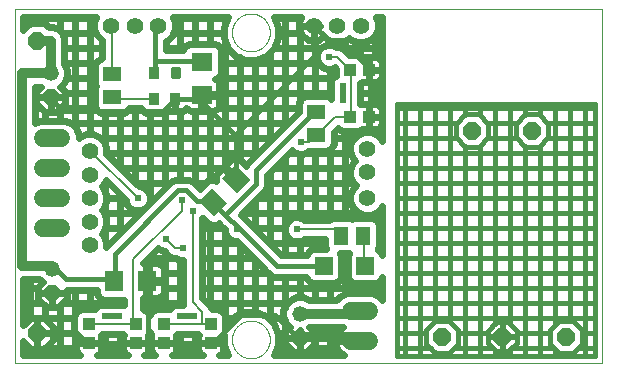
<source format=gbl>
G75*
%MOIN*%
%OFA0B0*%
%FSLAX25Y25*%
%IPPOS*%
%LPD*%
%AMOC8*
5,1,8,0,0,1.08239X$1,22.5*
%
%ADD10C,0.00000*%
%ADD11C,0.05600*%
%ADD12R,0.05906X0.05118*%
%ADD13R,0.05118X0.05906*%
%ADD14R,0.05906X0.05906*%
%ADD15R,0.06299X0.07087*%
%ADD16OC8,0.05200*%
%ADD17C,0.05200*%
%ADD18OC8,0.06000*%
%ADD19R,0.07087X0.06299*%
%ADD20C,0.01772*%
%ADD21R,0.03543X0.03937*%
%ADD22C,0.06000*%
%ADD23R,0.03937X0.03937*%
%ADD24R,0.02165X0.06693*%
%ADD25R,0.06693X0.02165*%
%ADD26C,0.03200*%
%ADD27C,0.01600*%
%ADD28C,0.02400*%
%ADD29C,0.02400*%
%ADD30C,0.00800*%
D10*
X0012716Y0017082D02*
X0012716Y0135193D01*
X0208513Y0135193D01*
X0208513Y0017082D01*
X0139537Y0017082D01*
X0085157Y0024956D02*
X0085159Y0025114D01*
X0085165Y0025272D01*
X0085175Y0025430D01*
X0085189Y0025588D01*
X0085207Y0025745D01*
X0085228Y0025902D01*
X0085254Y0026058D01*
X0085284Y0026214D01*
X0085317Y0026369D01*
X0085355Y0026522D01*
X0085396Y0026675D01*
X0085441Y0026827D01*
X0085490Y0026978D01*
X0085543Y0027127D01*
X0085599Y0027275D01*
X0085659Y0027421D01*
X0085723Y0027566D01*
X0085791Y0027709D01*
X0085862Y0027851D01*
X0085936Y0027991D01*
X0086014Y0028128D01*
X0086096Y0028264D01*
X0086180Y0028398D01*
X0086269Y0028529D01*
X0086360Y0028658D01*
X0086455Y0028785D01*
X0086552Y0028910D01*
X0086653Y0029032D01*
X0086757Y0029151D01*
X0086864Y0029268D01*
X0086974Y0029382D01*
X0087087Y0029493D01*
X0087202Y0029602D01*
X0087320Y0029707D01*
X0087441Y0029809D01*
X0087564Y0029909D01*
X0087690Y0030005D01*
X0087818Y0030098D01*
X0087948Y0030188D01*
X0088081Y0030274D01*
X0088216Y0030358D01*
X0088352Y0030437D01*
X0088491Y0030514D01*
X0088632Y0030586D01*
X0088774Y0030656D01*
X0088918Y0030721D01*
X0089064Y0030783D01*
X0089211Y0030841D01*
X0089360Y0030896D01*
X0089510Y0030947D01*
X0089661Y0030994D01*
X0089813Y0031037D01*
X0089966Y0031076D01*
X0090121Y0031112D01*
X0090276Y0031143D01*
X0090432Y0031171D01*
X0090588Y0031195D01*
X0090745Y0031215D01*
X0090903Y0031231D01*
X0091060Y0031243D01*
X0091219Y0031251D01*
X0091377Y0031255D01*
X0091535Y0031255D01*
X0091693Y0031251D01*
X0091852Y0031243D01*
X0092009Y0031231D01*
X0092167Y0031215D01*
X0092324Y0031195D01*
X0092480Y0031171D01*
X0092636Y0031143D01*
X0092791Y0031112D01*
X0092946Y0031076D01*
X0093099Y0031037D01*
X0093251Y0030994D01*
X0093402Y0030947D01*
X0093552Y0030896D01*
X0093701Y0030841D01*
X0093848Y0030783D01*
X0093994Y0030721D01*
X0094138Y0030656D01*
X0094280Y0030586D01*
X0094421Y0030514D01*
X0094560Y0030437D01*
X0094696Y0030358D01*
X0094831Y0030274D01*
X0094964Y0030188D01*
X0095094Y0030098D01*
X0095222Y0030005D01*
X0095348Y0029909D01*
X0095471Y0029809D01*
X0095592Y0029707D01*
X0095710Y0029602D01*
X0095825Y0029493D01*
X0095938Y0029382D01*
X0096048Y0029268D01*
X0096155Y0029151D01*
X0096259Y0029032D01*
X0096360Y0028910D01*
X0096457Y0028785D01*
X0096552Y0028658D01*
X0096643Y0028529D01*
X0096732Y0028398D01*
X0096816Y0028264D01*
X0096898Y0028128D01*
X0096976Y0027991D01*
X0097050Y0027851D01*
X0097121Y0027709D01*
X0097189Y0027566D01*
X0097253Y0027421D01*
X0097313Y0027275D01*
X0097369Y0027127D01*
X0097422Y0026978D01*
X0097471Y0026827D01*
X0097516Y0026675D01*
X0097557Y0026522D01*
X0097595Y0026369D01*
X0097628Y0026214D01*
X0097658Y0026058D01*
X0097684Y0025902D01*
X0097705Y0025745D01*
X0097723Y0025588D01*
X0097737Y0025430D01*
X0097747Y0025272D01*
X0097753Y0025114D01*
X0097755Y0024956D01*
X0097753Y0024798D01*
X0097747Y0024640D01*
X0097737Y0024482D01*
X0097723Y0024324D01*
X0097705Y0024167D01*
X0097684Y0024010D01*
X0097658Y0023854D01*
X0097628Y0023698D01*
X0097595Y0023543D01*
X0097557Y0023390D01*
X0097516Y0023237D01*
X0097471Y0023085D01*
X0097422Y0022934D01*
X0097369Y0022785D01*
X0097313Y0022637D01*
X0097253Y0022491D01*
X0097189Y0022346D01*
X0097121Y0022203D01*
X0097050Y0022061D01*
X0096976Y0021921D01*
X0096898Y0021784D01*
X0096816Y0021648D01*
X0096732Y0021514D01*
X0096643Y0021383D01*
X0096552Y0021254D01*
X0096457Y0021127D01*
X0096360Y0021002D01*
X0096259Y0020880D01*
X0096155Y0020761D01*
X0096048Y0020644D01*
X0095938Y0020530D01*
X0095825Y0020419D01*
X0095710Y0020310D01*
X0095592Y0020205D01*
X0095471Y0020103D01*
X0095348Y0020003D01*
X0095222Y0019907D01*
X0095094Y0019814D01*
X0094964Y0019724D01*
X0094831Y0019638D01*
X0094696Y0019554D01*
X0094560Y0019475D01*
X0094421Y0019398D01*
X0094280Y0019326D01*
X0094138Y0019256D01*
X0093994Y0019191D01*
X0093848Y0019129D01*
X0093701Y0019071D01*
X0093552Y0019016D01*
X0093402Y0018965D01*
X0093251Y0018918D01*
X0093099Y0018875D01*
X0092946Y0018836D01*
X0092791Y0018800D01*
X0092636Y0018769D01*
X0092480Y0018741D01*
X0092324Y0018717D01*
X0092167Y0018697D01*
X0092009Y0018681D01*
X0091852Y0018669D01*
X0091693Y0018661D01*
X0091535Y0018657D01*
X0091377Y0018657D01*
X0091219Y0018661D01*
X0091060Y0018669D01*
X0090903Y0018681D01*
X0090745Y0018697D01*
X0090588Y0018717D01*
X0090432Y0018741D01*
X0090276Y0018769D01*
X0090121Y0018800D01*
X0089966Y0018836D01*
X0089813Y0018875D01*
X0089661Y0018918D01*
X0089510Y0018965D01*
X0089360Y0019016D01*
X0089211Y0019071D01*
X0089064Y0019129D01*
X0088918Y0019191D01*
X0088774Y0019256D01*
X0088632Y0019326D01*
X0088491Y0019398D01*
X0088352Y0019475D01*
X0088216Y0019554D01*
X0088081Y0019638D01*
X0087948Y0019724D01*
X0087818Y0019814D01*
X0087690Y0019907D01*
X0087564Y0020003D01*
X0087441Y0020103D01*
X0087320Y0020205D01*
X0087202Y0020310D01*
X0087087Y0020419D01*
X0086974Y0020530D01*
X0086864Y0020644D01*
X0086757Y0020761D01*
X0086653Y0020880D01*
X0086552Y0021002D01*
X0086455Y0021127D01*
X0086360Y0021254D01*
X0086269Y0021383D01*
X0086180Y0021514D01*
X0086096Y0021648D01*
X0086014Y0021784D01*
X0085936Y0021921D01*
X0085862Y0022061D01*
X0085791Y0022203D01*
X0085723Y0022346D01*
X0085659Y0022491D01*
X0085599Y0022637D01*
X0085543Y0022785D01*
X0085490Y0022934D01*
X0085441Y0023085D01*
X0085396Y0023237D01*
X0085355Y0023390D01*
X0085317Y0023543D01*
X0085284Y0023698D01*
X0085254Y0023854D01*
X0085228Y0024010D01*
X0085207Y0024167D01*
X0085189Y0024324D01*
X0085175Y0024482D01*
X0085165Y0024640D01*
X0085159Y0024798D01*
X0085157Y0024956D01*
X0012716Y0017082D02*
X0208513Y0017082D01*
X0085157Y0127319D02*
X0085159Y0127477D01*
X0085165Y0127635D01*
X0085175Y0127793D01*
X0085189Y0127951D01*
X0085207Y0128108D01*
X0085228Y0128265D01*
X0085254Y0128421D01*
X0085284Y0128577D01*
X0085317Y0128732D01*
X0085355Y0128885D01*
X0085396Y0129038D01*
X0085441Y0129190D01*
X0085490Y0129341D01*
X0085543Y0129490D01*
X0085599Y0129638D01*
X0085659Y0129784D01*
X0085723Y0129929D01*
X0085791Y0130072D01*
X0085862Y0130214D01*
X0085936Y0130354D01*
X0086014Y0130491D01*
X0086096Y0130627D01*
X0086180Y0130761D01*
X0086269Y0130892D01*
X0086360Y0131021D01*
X0086455Y0131148D01*
X0086552Y0131273D01*
X0086653Y0131395D01*
X0086757Y0131514D01*
X0086864Y0131631D01*
X0086974Y0131745D01*
X0087087Y0131856D01*
X0087202Y0131965D01*
X0087320Y0132070D01*
X0087441Y0132172D01*
X0087564Y0132272D01*
X0087690Y0132368D01*
X0087818Y0132461D01*
X0087948Y0132551D01*
X0088081Y0132637D01*
X0088216Y0132721D01*
X0088352Y0132800D01*
X0088491Y0132877D01*
X0088632Y0132949D01*
X0088774Y0133019D01*
X0088918Y0133084D01*
X0089064Y0133146D01*
X0089211Y0133204D01*
X0089360Y0133259D01*
X0089510Y0133310D01*
X0089661Y0133357D01*
X0089813Y0133400D01*
X0089966Y0133439D01*
X0090121Y0133475D01*
X0090276Y0133506D01*
X0090432Y0133534D01*
X0090588Y0133558D01*
X0090745Y0133578D01*
X0090903Y0133594D01*
X0091060Y0133606D01*
X0091219Y0133614D01*
X0091377Y0133618D01*
X0091535Y0133618D01*
X0091693Y0133614D01*
X0091852Y0133606D01*
X0092009Y0133594D01*
X0092167Y0133578D01*
X0092324Y0133558D01*
X0092480Y0133534D01*
X0092636Y0133506D01*
X0092791Y0133475D01*
X0092946Y0133439D01*
X0093099Y0133400D01*
X0093251Y0133357D01*
X0093402Y0133310D01*
X0093552Y0133259D01*
X0093701Y0133204D01*
X0093848Y0133146D01*
X0093994Y0133084D01*
X0094138Y0133019D01*
X0094280Y0132949D01*
X0094421Y0132877D01*
X0094560Y0132800D01*
X0094696Y0132721D01*
X0094831Y0132637D01*
X0094964Y0132551D01*
X0095094Y0132461D01*
X0095222Y0132368D01*
X0095348Y0132272D01*
X0095471Y0132172D01*
X0095592Y0132070D01*
X0095710Y0131965D01*
X0095825Y0131856D01*
X0095938Y0131745D01*
X0096048Y0131631D01*
X0096155Y0131514D01*
X0096259Y0131395D01*
X0096360Y0131273D01*
X0096457Y0131148D01*
X0096552Y0131021D01*
X0096643Y0130892D01*
X0096732Y0130761D01*
X0096816Y0130627D01*
X0096898Y0130491D01*
X0096976Y0130354D01*
X0097050Y0130214D01*
X0097121Y0130072D01*
X0097189Y0129929D01*
X0097253Y0129784D01*
X0097313Y0129638D01*
X0097369Y0129490D01*
X0097422Y0129341D01*
X0097471Y0129190D01*
X0097516Y0129038D01*
X0097557Y0128885D01*
X0097595Y0128732D01*
X0097628Y0128577D01*
X0097658Y0128421D01*
X0097684Y0128265D01*
X0097705Y0128108D01*
X0097723Y0127951D01*
X0097737Y0127793D01*
X0097747Y0127635D01*
X0097753Y0127477D01*
X0097755Y0127319D01*
X0097753Y0127161D01*
X0097747Y0127003D01*
X0097737Y0126845D01*
X0097723Y0126687D01*
X0097705Y0126530D01*
X0097684Y0126373D01*
X0097658Y0126217D01*
X0097628Y0126061D01*
X0097595Y0125906D01*
X0097557Y0125753D01*
X0097516Y0125600D01*
X0097471Y0125448D01*
X0097422Y0125297D01*
X0097369Y0125148D01*
X0097313Y0125000D01*
X0097253Y0124854D01*
X0097189Y0124709D01*
X0097121Y0124566D01*
X0097050Y0124424D01*
X0096976Y0124284D01*
X0096898Y0124147D01*
X0096816Y0124011D01*
X0096732Y0123877D01*
X0096643Y0123746D01*
X0096552Y0123617D01*
X0096457Y0123490D01*
X0096360Y0123365D01*
X0096259Y0123243D01*
X0096155Y0123124D01*
X0096048Y0123007D01*
X0095938Y0122893D01*
X0095825Y0122782D01*
X0095710Y0122673D01*
X0095592Y0122568D01*
X0095471Y0122466D01*
X0095348Y0122366D01*
X0095222Y0122270D01*
X0095094Y0122177D01*
X0094964Y0122087D01*
X0094831Y0122001D01*
X0094696Y0121917D01*
X0094560Y0121838D01*
X0094421Y0121761D01*
X0094280Y0121689D01*
X0094138Y0121619D01*
X0093994Y0121554D01*
X0093848Y0121492D01*
X0093701Y0121434D01*
X0093552Y0121379D01*
X0093402Y0121328D01*
X0093251Y0121281D01*
X0093099Y0121238D01*
X0092946Y0121199D01*
X0092791Y0121163D01*
X0092636Y0121132D01*
X0092480Y0121104D01*
X0092324Y0121080D01*
X0092167Y0121060D01*
X0092009Y0121044D01*
X0091852Y0121032D01*
X0091693Y0121024D01*
X0091535Y0121020D01*
X0091377Y0121020D01*
X0091219Y0121024D01*
X0091060Y0121032D01*
X0090903Y0121044D01*
X0090745Y0121060D01*
X0090588Y0121080D01*
X0090432Y0121104D01*
X0090276Y0121132D01*
X0090121Y0121163D01*
X0089966Y0121199D01*
X0089813Y0121238D01*
X0089661Y0121281D01*
X0089510Y0121328D01*
X0089360Y0121379D01*
X0089211Y0121434D01*
X0089064Y0121492D01*
X0088918Y0121554D01*
X0088774Y0121619D01*
X0088632Y0121689D01*
X0088491Y0121761D01*
X0088352Y0121838D01*
X0088216Y0121917D01*
X0088081Y0122001D01*
X0087948Y0122087D01*
X0087818Y0122177D01*
X0087690Y0122270D01*
X0087564Y0122366D01*
X0087441Y0122466D01*
X0087320Y0122568D01*
X0087202Y0122673D01*
X0087087Y0122782D01*
X0086974Y0122893D01*
X0086864Y0123007D01*
X0086757Y0123124D01*
X0086653Y0123243D01*
X0086552Y0123365D01*
X0086455Y0123490D01*
X0086360Y0123617D01*
X0086269Y0123746D01*
X0086180Y0123877D01*
X0086096Y0124011D01*
X0086014Y0124147D01*
X0085936Y0124284D01*
X0085862Y0124424D01*
X0085791Y0124566D01*
X0085723Y0124709D01*
X0085659Y0124854D01*
X0085599Y0125000D01*
X0085543Y0125148D01*
X0085490Y0125297D01*
X0085441Y0125448D01*
X0085396Y0125600D01*
X0085355Y0125753D01*
X0085317Y0125906D01*
X0085284Y0126061D01*
X0085254Y0126217D01*
X0085228Y0126373D01*
X0085207Y0126530D01*
X0085189Y0126687D01*
X0085175Y0126845D01*
X0085165Y0127003D01*
X0085159Y0127161D01*
X0085157Y0127319D01*
D11*
X0060590Y0129582D03*
X0052716Y0129582D03*
X0044842Y0129582D03*
X0037716Y0087830D03*
X0037716Y0079956D03*
X0037716Y0072082D03*
X0037716Y0064208D03*
X0037716Y0056334D03*
X0130216Y0072082D03*
X0130216Y0080645D03*
X0130216Y0088519D03*
X0128090Y0129582D03*
X0120216Y0129582D03*
X0112342Y0129582D03*
D12*
X0113287Y0100724D03*
X0113287Y0093244D03*
X0045216Y0105842D03*
X0045216Y0113323D03*
D13*
X0121476Y0059582D03*
X0128956Y0059582D03*
D14*
X0129507Y0049386D03*
X0115728Y0049386D03*
D15*
G36*
X0074087Y0070963D02*
X0078540Y0075416D01*
X0083549Y0070407D01*
X0079096Y0065954D01*
X0074087Y0070963D01*
G37*
G36*
X0081882Y0078758D02*
X0086335Y0083211D01*
X0091344Y0078202D01*
X0086891Y0073749D01*
X0081882Y0078758D01*
G37*
X0056978Y0044582D03*
X0045954Y0044582D03*
D16*
X0025216Y0040582D03*
X0107716Y0025582D03*
X0024674Y0105681D03*
D17*
X0024674Y0113681D03*
X0025216Y0048582D03*
X0107716Y0033582D03*
D18*
X0155216Y0025832D03*
X0175216Y0025832D03*
X0196466Y0025832D03*
X0185216Y0094582D03*
X0165216Y0094582D03*
X0020216Y0124582D03*
X0020216Y0027082D03*
D19*
X0075216Y0106571D03*
X0075216Y0117594D03*
D20*
X0065374Y0114995D02*
X0065374Y0112831D01*
X0065374Y0114995D02*
X0067144Y0114995D01*
X0067144Y0112831D01*
X0065374Y0112831D01*
X0065374Y0114602D02*
X0067144Y0114602D01*
D21*
X0059173Y0113913D03*
X0059173Y0105252D03*
X0066259Y0105252D03*
D22*
X0028216Y0092082D02*
X0022216Y0092082D01*
X0022216Y0082082D02*
X0028216Y0082082D01*
X0028216Y0072082D02*
X0022216Y0072082D01*
X0022216Y0062082D02*
X0028216Y0062082D01*
X0124716Y0034582D02*
X0130716Y0034582D01*
X0130716Y0024582D02*
X0124716Y0024582D01*
D23*
X0078090Y0023933D03*
X0078090Y0030232D03*
X0062342Y0030232D03*
X0062342Y0023933D03*
X0053090Y0023933D03*
X0053090Y0030232D03*
X0037342Y0030232D03*
X0037342Y0023933D03*
X0124566Y0099208D03*
X0130865Y0099208D03*
X0130865Y0114956D03*
X0124566Y0114956D03*
D24*
X0122106Y0107082D03*
D25*
X0070216Y0032693D03*
X0045216Y0032693D03*
D26*
X0025216Y0048582D02*
X0025216Y0049582D01*
X0015216Y0049582D01*
X0015216Y0113681D01*
X0024674Y0113681D01*
X0024674Y0124582D01*
X0020216Y0124582D01*
X0126716Y0033582D02*
X0127716Y0034582D01*
X0126716Y0033582D02*
X0107716Y0033582D01*
X0107716Y0025832D02*
X0126466Y0025832D01*
X0127716Y0024582D01*
X0107716Y0025582D02*
X0107716Y0025832D01*
D27*
X0107716Y0025582D02*
X0106316Y0026532D01*
X0099566Y0033282D01*
X0088316Y0033282D01*
X0078866Y0023832D01*
X0078090Y0023933D01*
X0077966Y0023832D01*
X0063116Y0023832D01*
X0062342Y0023933D01*
X0062216Y0023832D01*
X0057266Y0023832D01*
X0057266Y0024282D01*
X0057266Y0044532D01*
X0056978Y0044582D01*
X0046016Y0045432D02*
X0045954Y0044582D01*
X0045566Y0044982D01*
X0029816Y0044982D01*
X0026666Y0048132D01*
X0025216Y0048582D01*
X0046016Y0045432D02*
X0046016Y0053532D01*
X0067166Y0074682D01*
X0069866Y0074682D01*
X0073466Y0071082D01*
X0078416Y0071082D01*
X0078818Y0070685D01*
X0078866Y0070632D01*
X0082916Y0066582D01*
X0083366Y0067032D01*
X0093266Y0076932D01*
X0093266Y0081432D01*
X0112166Y0100332D01*
X0113066Y0100332D01*
X0113287Y0100724D01*
X0130865Y0099208D02*
X0131066Y0099432D01*
X0131066Y0114732D01*
X0130865Y0114956D01*
X0130616Y0115632D01*
X0121616Y0124632D01*
X0117566Y0124632D01*
X0117116Y0124182D01*
X0086516Y0093582D01*
X0086066Y0093132D01*
X0086516Y0092682D01*
X0086516Y0078732D01*
X0086613Y0078480D01*
X0082916Y0066582D02*
X0087416Y0062082D01*
X0086966Y0061632D01*
X0087416Y0062082D02*
X0100016Y0049482D01*
X0115316Y0049482D01*
X0115728Y0049386D01*
X0140216Y0047082D02*
X0206113Y0047082D01*
X0206113Y0042082D02*
X0140216Y0042082D01*
X0140216Y0037082D02*
X0206113Y0037082D01*
X0206113Y0032082D02*
X0140216Y0032082D01*
X0140216Y0027082D02*
X0149816Y0027082D01*
X0149816Y0028069D02*
X0149816Y0023596D01*
X0152979Y0020432D01*
X0157453Y0020432D01*
X0160616Y0023596D01*
X0160616Y0028069D01*
X0157453Y0031232D01*
X0152979Y0031232D01*
X0149816Y0028069D01*
X0152716Y0030969D02*
X0152716Y0103332D01*
X0157716Y0103332D02*
X0157716Y0030969D01*
X0160616Y0027082D02*
X0170416Y0027082D01*
X0170416Y0027821D02*
X0170416Y0026032D01*
X0175016Y0026032D01*
X0175016Y0025632D01*
X0175416Y0025632D01*
X0175416Y0021032D01*
X0177204Y0021032D01*
X0180016Y0023844D01*
X0180016Y0025632D01*
X0175416Y0025632D01*
X0175416Y0026032D01*
X0180016Y0026032D01*
X0180016Y0027821D01*
X0177204Y0030632D01*
X0175416Y0030632D01*
X0175416Y0026032D01*
X0175016Y0026032D01*
X0175016Y0030632D01*
X0173228Y0030632D01*
X0170416Y0027821D01*
X0170416Y0025632D02*
X0170416Y0023844D01*
X0173228Y0021032D01*
X0175016Y0021032D01*
X0175016Y0025632D01*
X0170416Y0025632D01*
X0172716Y0025632D02*
X0172716Y0026032D01*
X0175016Y0027082D02*
X0175416Y0027082D01*
X0177716Y0026032D02*
X0177716Y0025632D01*
X0180016Y0027082D02*
X0191066Y0027082D01*
X0191066Y0028069D02*
X0191066Y0023596D01*
X0194229Y0020432D01*
X0198703Y0020432D01*
X0201866Y0023596D01*
X0201866Y0028069D01*
X0198703Y0031232D01*
X0194229Y0031232D01*
X0191066Y0028069D01*
X0192716Y0029719D02*
X0192716Y0103332D01*
X0197716Y0103332D02*
X0197716Y0031232D01*
X0201866Y0027082D02*
X0206113Y0027082D01*
X0206113Y0022082D02*
X0200353Y0022082D01*
X0197716Y0020432D02*
X0197716Y0019482D01*
X0192716Y0019482D02*
X0192716Y0021946D01*
X0192579Y0022082D02*
X0178254Y0022082D01*
X0177716Y0021544D02*
X0177716Y0019482D01*
X0175416Y0022082D02*
X0175016Y0022082D01*
X0172716Y0021544D02*
X0172716Y0019482D01*
X0172178Y0022082D02*
X0159103Y0022082D01*
X0157716Y0020696D02*
X0157716Y0019482D01*
X0152716Y0019482D02*
X0152716Y0020696D01*
X0151329Y0022082D02*
X0140216Y0022082D01*
X0140216Y0019482D02*
X0140216Y0103332D01*
X0206113Y0103332D01*
X0206113Y0019482D01*
X0140216Y0019482D01*
X0142716Y0019482D02*
X0142716Y0103332D01*
X0140216Y0102082D02*
X0206113Y0102082D01*
X0202716Y0103332D02*
X0202716Y0019482D01*
X0187716Y0019482D02*
X0187716Y0089446D01*
X0187453Y0089182D02*
X0190616Y0092346D01*
X0190616Y0096819D01*
X0187453Y0099982D01*
X0182979Y0099982D01*
X0179816Y0096819D01*
X0179816Y0092346D01*
X0182979Y0089182D01*
X0187453Y0089182D01*
X0190353Y0092082D02*
X0206113Y0092082D01*
X0206113Y0097082D02*
X0190353Y0097082D01*
X0187716Y0099719D02*
X0187716Y0103332D01*
X0182716Y0103332D02*
X0182716Y0099719D01*
X0180079Y0097082D02*
X0170353Y0097082D01*
X0170616Y0096819D02*
X0167453Y0099982D01*
X0162979Y0099982D01*
X0159816Y0096819D01*
X0159816Y0092346D01*
X0162979Y0089182D01*
X0167453Y0089182D01*
X0170616Y0092346D01*
X0170616Y0096819D01*
X0167716Y0099719D02*
X0167716Y0103332D01*
X0162716Y0103332D02*
X0162716Y0099719D01*
X0160079Y0097082D02*
X0140216Y0097082D01*
X0140216Y0092082D02*
X0160079Y0092082D01*
X0162716Y0089446D02*
X0162716Y0019482D01*
X0167716Y0019482D02*
X0167716Y0089446D01*
X0170353Y0092082D02*
X0180079Y0092082D01*
X0182716Y0089446D02*
X0182716Y0019482D01*
X0177716Y0030121D02*
X0177716Y0103332D01*
X0172716Y0103332D02*
X0172716Y0030121D01*
X0147716Y0019482D02*
X0147716Y0103332D01*
X0140216Y0087082D02*
X0206113Y0087082D01*
X0206113Y0082082D02*
X0140216Y0082082D01*
X0140216Y0077082D02*
X0206113Y0077082D01*
X0206113Y0072082D02*
X0140216Y0072082D01*
X0140216Y0067082D02*
X0206113Y0067082D01*
X0206113Y0062082D02*
X0140216Y0062082D01*
X0140216Y0057082D02*
X0206113Y0057082D01*
X0206113Y0052082D02*
X0140216Y0052082D01*
X0086066Y0093132D02*
X0074366Y0104832D01*
X0075216Y0106571D01*
X0074816Y0106182D01*
X0073916Y0105282D01*
X0066266Y0105282D01*
X0066259Y0105252D01*
X0065816Y0104832D01*
X0062216Y0101232D01*
X0028916Y0101232D01*
X0024866Y0105282D01*
X0024674Y0105681D01*
X0059173Y0113913D02*
X0059516Y0114282D01*
X0059516Y0117882D01*
X0059966Y0117882D01*
X0074816Y0117882D01*
X0075216Y0117594D01*
X0059516Y0117882D02*
X0059516Y0128682D01*
X0060416Y0129582D01*
X0060590Y0129582D01*
X0112342Y0129582D02*
X0112616Y0129582D01*
X0117566Y0124632D01*
X0033416Y0026982D02*
X0020366Y0026982D01*
X0020216Y0027082D01*
X0033416Y0026982D02*
X0036566Y0023832D01*
X0037342Y0023933D01*
X0037466Y0023832D01*
X0052766Y0023832D01*
X0053090Y0023933D01*
X0053666Y0023832D01*
X0057266Y0023832D01*
D28*
X0057258Y0023933D02*
X0053090Y0023933D01*
X0057258Y0023933D01*
X0057258Y0026191D01*
X0057192Y0026438D01*
X0057432Y0026677D01*
X0057716Y0027362D01*
X0057716Y0019882D01*
X0058613Y0020613D02*
X0059022Y0020204D01*
X0059524Y0019914D01*
X0059643Y0019882D01*
X0055789Y0019882D01*
X0055908Y0019914D01*
X0056409Y0020204D01*
X0056819Y0020613D01*
X0057108Y0021115D01*
X0057258Y0021675D01*
X0057258Y0023933D01*
X0058173Y0023933D02*
X0058173Y0021675D01*
X0058323Y0021115D01*
X0058613Y0020613D01*
X0058173Y0022082D02*
X0057258Y0022082D01*
X0058173Y0023933D02*
X0062342Y0023933D01*
X0066510Y0023933D01*
X0066510Y0026191D01*
X0066444Y0026438D01*
X0066684Y0026677D01*
X0066790Y0026932D01*
X0073642Y0026932D01*
X0073748Y0026677D01*
X0073987Y0026438D01*
X0073921Y0026191D01*
X0073921Y0023933D01*
X0078090Y0023933D01*
X0082258Y0023933D01*
X0082258Y0026191D01*
X0082192Y0026438D01*
X0082357Y0026602D01*
X0082357Y0023146D01*
X0083709Y0019882D01*
X0080789Y0019882D01*
X0080908Y0019914D01*
X0081409Y0020204D01*
X0081819Y0020613D01*
X0082108Y0021115D01*
X0082258Y0021675D01*
X0082258Y0023933D01*
X0078090Y0023933D01*
X0078090Y0023933D01*
X0078090Y0023933D01*
X0073921Y0023933D01*
X0073921Y0021675D01*
X0074071Y0021115D01*
X0074361Y0020613D01*
X0074771Y0020204D01*
X0075272Y0019914D01*
X0075391Y0019882D01*
X0065041Y0019882D01*
X0065159Y0019914D01*
X0065661Y0020204D01*
X0066071Y0020613D01*
X0066360Y0021115D01*
X0066510Y0021675D01*
X0066510Y0023933D01*
X0062342Y0023933D01*
X0062342Y0023933D01*
X0062342Y0023933D01*
X0058173Y0023933D01*
X0058173Y0026191D01*
X0058239Y0026438D01*
X0058000Y0026677D01*
X0057716Y0027362D01*
X0057600Y0027082D02*
X0057832Y0027082D01*
X0062716Y0023933D02*
X0062716Y0023933D01*
X0066510Y0022082D02*
X0073921Y0022082D01*
X0072716Y0019882D02*
X0072716Y0026932D01*
X0077716Y0023933D02*
X0077716Y0023933D01*
X0082258Y0022082D02*
X0082798Y0022082D01*
X0082716Y0022280D02*
X0082716Y0019882D01*
X0082858Y0027977D02*
X0082858Y0032757D01*
X0082432Y0033787D01*
X0081644Y0034574D01*
X0080615Y0035000D01*
X0078391Y0035000D01*
X0077979Y0035995D01*
X0077078Y0036895D01*
X0075316Y0038658D01*
X0075316Y0065476D01*
X0075465Y0065625D01*
X0077511Y0063579D01*
X0078540Y0063152D01*
X0079654Y0063152D01*
X0080683Y0063579D01*
X0080756Y0063651D01*
X0080877Y0063530D01*
X0082966Y0061441D01*
X0082966Y0060837D01*
X0083575Y0059367D01*
X0084700Y0058241D01*
X0086170Y0057632D01*
X0086775Y0057632D01*
X0096964Y0047443D01*
X0097977Y0046430D01*
X0099300Y0045882D01*
X0109975Y0045882D01*
X0109975Y0045876D01*
X0110401Y0044847D01*
X0111189Y0044059D01*
X0112218Y0043633D01*
X0119237Y0043633D01*
X0120266Y0044059D01*
X0121054Y0044847D01*
X0121480Y0045876D01*
X0121480Y0052895D01*
X0121093Y0053830D01*
X0124141Y0053830D01*
X0123754Y0052895D01*
X0123754Y0045876D01*
X0124181Y0044847D01*
X0124968Y0044059D01*
X0125997Y0043633D01*
X0133017Y0043633D01*
X0134046Y0044059D01*
X0134834Y0044847D01*
X0135216Y0045769D01*
X0135216Y0038285D01*
X0134001Y0039499D01*
X0131870Y0040382D01*
X0123562Y0040382D01*
X0121430Y0039499D01*
X0119913Y0037982D01*
X0110953Y0037982D01*
X0110775Y0038160D01*
X0108790Y0038982D01*
X0106642Y0038982D01*
X0104657Y0038160D01*
X0103138Y0036641D01*
X0102316Y0034657D01*
X0102316Y0032508D01*
X0103138Y0030524D01*
X0104503Y0029158D01*
X0102916Y0027571D01*
X0102916Y0025582D01*
X0102916Y0023594D01*
X0105728Y0020782D01*
X0107716Y0020782D01*
X0109704Y0020782D01*
X0112516Y0023594D01*
X0112516Y0025582D01*
X0107716Y0025582D01*
X0107716Y0020782D01*
X0107716Y0025582D01*
X0107716Y0025582D01*
X0107716Y0019882D01*
X0107716Y0022082D02*
X0107716Y0022082D01*
X0111004Y0022082D02*
X0120154Y0022082D01*
X0120268Y0021857D02*
X0119897Y0022586D01*
X0119644Y0023365D01*
X0119516Y0024173D01*
X0119516Y0024582D01*
X0127716Y0024582D01*
X0127716Y0024582D01*
X0119516Y0024582D01*
X0119516Y0024992D01*
X0119644Y0025800D01*
X0119897Y0026578D01*
X0120268Y0027308D01*
X0120749Y0027970D01*
X0121328Y0028549D01*
X0121990Y0029030D01*
X0122290Y0029182D01*
X0110953Y0029182D01*
X0110928Y0029158D01*
X0112516Y0027571D01*
X0112516Y0025582D01*
X0107716Y0025582D01*
X0107716Y0025582D01*
X0102916Y0025582D01*
X0107716Y0025582D01*
X0107716Y0025582D01*
X0107716Y0025583D02*
X0107716Y0028182D01*
X0107716Y0028182D01*
X0107716Y0025583D01*
X0107716Y0025583D01*
X0107716Y0028182D01*
X0107716Y0027082D02*
X0107716Y0027082D01*
X0112516Y0027082D02*
X0120154Y0027082D01*
X0117716Y0029182D02*
X0117716Y0019882D01*
X0120268Y0021857D02*
X0120749Y0021195D01*
X0121328Y0020616D01*
X0121990Y0020135D01*
X0122486Y0019882D01*
X0099203Y0019882D01*
X0100555Y0023146D01*
X0100555Y0026766D01*
X0099170Y0030111D01*
X0096610Y0032670D01*
X0093266Y0034056D01*
X0089646Y0034056D01*
X0086302Y0032670D01*
X0083742Y0030111D01*
X0082858Y0027977D01*
X0082858Y0032082D02*
X0085714Y0032082D01*
X0087716Y0033256D02*
X0087716Y0056691D01*
X0087325Y0057082D02*
X0075316Y0057082D01*
X0075316Y0052082D02*
X0092325Y0052082D01*
X0092716Y0051691D02*
X0092716Y0034056D01*
X0097198Y0032082D02*
X0102492Y0032082D01*
X0102716Y0031543D02*
X0102716Y0019882D01*
X0104428Y0022082D02*
X0100114Y0022082D01*
X0100424Y0027082D02*
X0102916Y0027082D01*
X0097716Y0031565D02*
X0097716Y0046691D01*
X0097325Y0047082D02*
X0075316Y0047082D01*
X0068916Y0047082D02*
X0062327Y0047082D01*
X0062327Y0048415D02*
X0062177Y0048975D01*
X0061888Y0049477D01*
X0061478Y0049886D01*
X0060976Y0050176D01*
X0060417Y0050326D01*
X0057352Y0050326D01*
X0057352Y0044957D01*
X0056603Y0044957D01*
X0056603Y0050326D01*
X0055516Y0050326D01*
X0055516Y0050407D01*
X0060525Y0055416D01*
X0060850Y0055091D01*
X0062320Y0054482D01*
X0062590Y0054482D01*
X0064453Y0052620D01*
X0065629Y0052132D01*
X0066509Y0052132D01*
X0066700Y0051941D01*
X0068170Y0051332D01*
X0068916Y0051332D01*
X0068916Y0036696D01*
X0068966Y0036575D01*
X0066312Y0036575D01*
X0065283Y0036149D01*
X0064496Y0035361D01*
X0064346Y0035000D01*
X0059816Y0035000D01*
X0058787Y0034574D01*
X0058000Y0033787D01*
X0057716Y0033102D01*
X0057716Y0038839D01*
X0057352Y0038839D02*
X0060417Y0038839D01*
X0060976Y0038989D01*
X0061478Y0039279D01*
X0061888Y0039688D01*
X0062177Y0040190D01*
X0062327Y0040749D01*
X0062327Y0044208D01*
X0057353Y0044208D01*
X0057353Y0044957D01*
X0062327Y0044957D01*
X0062327Y0048415D01*
X0057716Y0050326D02*
X0057716Y0052607D01*
X0057191Y0052082D02*
X0066559Y0052082D01*
X0067716Y0051521D02*
X0067716Y0036575D01*
X0068916Y0037082D02*
X0055516Y0037082D01*
X0055516Y0038839D02*
X0056603Y0038839D01*
X0056603Y0044208D01*
X0057352Y0044208D01*
X0057352Y0038839D01*
X0055516Y0038839D02*
X0055516Y0035000D01*
X0055615Y0035000D01*
X0056644Y0034574D01*
X0057432Y0033787D01*
X0057716Y0033102D01*
X0062716Y0035000D02*
X0062716Y0054357D01*
X0057352Y0047082D02*
X0056603Y0047082D01*
X0057716Y0044957D02*
X0057716Y0044208D01*
X0057352Y0042082D02*
X0056603Y0042082D01*
X0062327Y0042082D02*
X0068916Y0042082D01*
X0075316Y0042082D02*
X0135216Y0042082D01*
X0132716Y0043633D02*
X0132716Y0040032D01*
X0127716Y0040382D02*
X0127716Y0043633D01*
X0122716Y0040032D02*
X0122716Y0053830D01*
X0123754Y0052082D02*
X0121480Y0052082D01*
X0116504Y0055138D02*
X0112218Y0055138D01*
X0111189Y0054712D01*
X0110401Y0053924D01*
X0110052Y0053082D01*
X0101507Y0053082D01*
X0090468Y0064122D01*
X0089455Y0065134D01*
X0088007Y0066582D01*
X0096318Y0074893D01*
X0096866Y0076216D01*
X0096866Y0079941D01*
X0105133Y0088208D01*
X0105850Y0087491D01*
X0107320Y0086882D01*
X0108911Y0086882D01*
X0110382Y0087491D01*
X0110573Y0087682D01*
X0111452Y0087682D01*
X0111941Y0087885D01*
X0116796Y0087885D01*
X0117826Y0088311D01*
X0118613Y0089099D01*
X0119039Y0090128D01*
X0119039Y0094131D01*
X0120393Y0095484D01*
X0121012Y0094866D01*
X0122041Y0094440D01*
X0127092Y0094440D01*
X0128121Y0094866D01*
X0128361Y0095106D01*
X0128607Y0095040D01*
X0130865Y0095040D01*
X0130865Y0099208D01*
X0130865Y0099208D01*
X0130865Y0095040D01*
X0133124Y0095040D01*
X0133683Y0095190D01*
X0134185Y0095479D01*
X0134594Y0095889D01*
X0134884Y0096391D01*
X0135034Y0096950D01*
X0135034Y0099208D01*
X0130866Y0099208D01*
X0130866Y0099208D01*
X0135034Y0099208D01*
X0135034Y0101467D01*
X0134884Y0102026D01*
X0134594Y0102528D01*
X0134185Y0102937D01*
X0133683Y0103227D01*
X0133124Y0103377D01*
X0130865Y0103377D01*
X0128607Y0103377D01*
X0128361Y0103311D01*
X0128121Y0103551D01*
X0127966Y0103615D01*
X0127966Y0110550D01*
X0128121Y0110614D01*
X0128361Y0110854D01*
X0128607Y0110788D01*
X0130865Y0110788D01*
X0130865Y0114956D01*
X0130865Y0114956D01*
X0130865Y0110788D01*
X0133124Y0110788D01*
X0133683Y0110938D01*
X0134185Y0111227D01*
X0134594Y0111637D01*
X0134884Y0112139D01*
X0135034Y0112698D01*
X0135034Y0114956D01*
X0130866Y0114956D01*
X0130866Y0114956D01*
X0135034Y0114956D01*
X0135034Y0117215D01*
X0134884Y0117774D01*
X0134594Y0118276D01*
X0134185Y0118685D01*
X0133683Y0118975D01*
X0133124Y0119125D01*
X0130865Y0119125D01*
X0128607Y0119125D01*
X0128361Y0119059D01*
X0128121Y0119299D01*
X0127092Y0119725D01*
X0124299Y0119725D01*
X0122078Y0121945D01*
X0120902Y0122432D01*
X0120023Y0122432D01*
X0119832Y0122623D01*
X0118361Y0123232D01*
X0116770Y0123232D01*
X0115300Y0122623D01*
X0114175Y0121498D01*
X0113566Y0120028D01*
X0113566Y0118437D01*
X0114175Y0116967D01*
X0115300Y0115841D01*
X0116770Y0115232D01*
X0118361Y0115232D01*
X0119336Y0115636D01*
X0119798Y0115175D01*
X0119798Y0112952D01*
X0119437Y0112803D01*
X0118649Y0112015D01*
X0118223Y0110986D01*
X0118223Y0105259D01*
X0117826Y0105657D01*
X0116796Y0106083D01*
X0109777Y0106083D01*
X0108748Y0105657D01*
X0107960Y0104869D01*
X0107534Y0103840D01*
X0107534Y0100792D01*
X0091227Y0084484D01*
X0090214Y0083472D01*
X0089913Y0082745D01*
X0087686Y0084973D01*
X0087184Y0085262D01*
X0086625Y0085412D01*
X0086045Y0085412D01*
X0085486Y0085262D01*
X0084984Y0084973D01*
X0082817Y0082806D01*
X0086613Y0079010D01*
X0086083Y0078480D01*
X0082287Y0082276D01*
X0080120Y0080109D01*
X0079831Y0079607D01*
X0079681Y0079048D01*
X0079681Y0078469D01*
X0079829Y0077914D01*
X0079097Y0078218D01*
X0077983Y0078218D01*
X0076954Y0077791D01*
X0074401Y0075238D01*
X0072918Y0076722D01*
X0071905Y0077734D01*
X0070582Y0078282D01*
X0066450Y0078282D01*
X0065127Y0077734D01*
X0043977Y0056584D01*
X0043316Y0055924D01*
X0043316Y0057448D01*
X0042463Y0059506D01*
X0041698Y0060271D01*
X0042463Y0061036D01*
X0043316Y0063094D01*
X0043316Y0065322D01*
X0042463Y0067381D01*
X0041698Y0068145D01*
X0042463Y0068910D01*
X0043316Y0070968D01*
X0043316Y0073196D01*
X0042463Y0075255D01*
X0041698Y0076019D01*
X0042463Y0076784D01*
X0043013Y0078110D01*
X0049666Y0071457D01*
X0049666Y0071187D01*
X0050275Y0069717D01*
X0051400Y0068591D01*
X0052870Y0067982D01*
X0054461Y0067982D01*
X0055932Y0068591D01*
X0057057Y0069717D01*
X0057666Y0071187D01*
X0057666Y0072778D01*
X0057057Y0074248D01*
X0055932Y0075373D01*
X0054461Y0075982D01*
X0054191Y0075982D01*
X0043316Y0086858D01*
X0043316Y0088944D01*
X0042463Y0091003D01*
X0040888Y0092578D01*
X0038830Y0093430D01*
X0036602Y0093430D01*
X0034544Y0092578D01*
X0034016Y0092050D01*
X0034016Y0093236D01*
X0033133Y0095368D01*
X0031501Y0096999D01*
X0029370Y0097882D01*
X0021062Y0097882D01*
X0019616Y0097283D01*
X0019616Y0109281D01*
X0021438Y0109281D01*
X0021462Y0109257D01*
X0019874Y0107669D01*
X0019874Y0105681D01*
X0024674Y0105681D01*
X0024674Y0105681D01*
X0019874Y0105681D01*
X0019874Y0103693D01*
X0022686Y0100881D01*
X0024674Y0100881D01*
X0024674Y0105681D01*
X0024675Y0105681D01*
X0029474Y0105681D01*
X0029474Y0107669D01*
X0027887Y0109257D01*
X0029252Y0110622D01*
X0030074Y0112607D01*
X0030074Y0114755D01*
X0029252Y0116740D01*
X0029074Y0116918D01*
X0029074Y0125458D01*
X0028405Y0127075D01*
X0027167Y0128313D01*
X0025550Y0128982D01*
X0024018Y0128982D01*
X0022618Y0130382D01*
X0017813Y0130382D01*
X0015516Y0128085D01*
X0015516Y0132393D01*
X0039944Y0132393D01*
X0039242Y0130696D01*
X0039242Y0128468D01*
X0040094Y0126410D01*
X0041670Y0124835D01*
X0041916Y0124733D01*
X0041916Y0118682D01*
X0041706Y0118682D01*
X0040677Y0118255D01*
X0039889Y0117468D01*
X0039463Y0116439D01*
X0039463Y0110207D01*
X0039722Y0109582D01*
X0039463Y0108958D01*
X0039463Y0102726D01*
X0039889Y0101697D01*
X0040677Y0100909D01*
X0041706Y0100483D01*
X0048726Y0100483D01*
X0049755Y0100909D01*
X0050542Y0101697D01*
X0050702Y0102082D01*
X0054868Y0102082D01*
X0055027Y0101697D01*
X0055815Y0100909D01*
X0056844Y0100483D01*
X0061501Y0100483D01*
X0062530Y0100909D01*
X0063141Y0101520D01*
X0063638Y0101233D01*
X0064198Y0101083D01*
X0066259Y0101083D01*
X0066259Y0105252D01*
X0066259Y0105252D01*
X0066259Y0101083D01*
X0068320Y0101083D01*
X0068880Y0101233D01*
X0069382Y0101523D01*
X0069791Y0101932D01*
X0069891Y0102106D01*
X0069912Y0102070D01*
X0070322Y0101661D01*
X0070823Y0101371D01*
X0071383Y0101221D01*
X0074841Y0101221D01*
X0074841Y0106196D01*
X0075591Y0106196D01*
X0075591Y0106945D01*
X0080959Y0106945D01*
X0080959Y0110010D01*
X0080809Y0110569D01*
X0080520Y0111071D01*
X0080110Y0111481D01*
X0079613Y0111768D01*
X0080345Y0112071D01*
X0081133Y0112859D01*
X0081559Y0113888D01*
X0081559Y0121301D01*
X0081133Y0122330D01*
X0080345Y0123118D01*
X0079316Y0123544D01*
X0071116Y0123544D01*
X0070086Y0123118D01*
X0069299Y0122330D01*
X0068948Y0121482D01*
X0063116Y0121482D01*
X0063116Y0124567D01*
X0063762Y0124835D01*
X0065337Y0126410D01*
X0066190Y0128468D01*
X0066190Y0130696D01*
X0065487Y0132393D01*
X0083709Y0132393D01*
X0082357Y0129129D01*
X0082357Y0125509D01*
X0083742Y0122164D01*
X0086302Y0119605D01*
X0089646Y0118219D01*
X0093266Y0118219D01*
X0096610Y0119605D01*
X0099170Y0122164D01*
X0100555Y0125509D01*
X0100555Y0129129D01*
X0099203Y0132393D01*
X0108203Y0132393D01*
X0108065Y0132203D01*
X0107708Y0131502D01*
X0107465Y0130753D01*
X0107342Y0129976D01*
X0107342Y0129582D01*
X0107342Y0129189D01*
X0107465Y0128412D01*
X0107708Y0127663D01*
X0108065Y0126962D01*
X0108528Y0126325D01*
X0109085Y0125769D01*
X0109721Y0125306D01*
X0110422Y0124949D01*
X0111171Y0124706D01*
X0111948Y0124582D01*
X0112342Y0124582D01*
X0112735Y0124582D01*
X0113513Y0124706D01*
X0114261Y0124949D01*
X0114962Y0125306D01*
X0115599Y0125769D01*
X0115855Y0126024D01*
X0117044Y0124835D01*
X0119102Y0123982D01*
X0121330Y0123982D01*
X0123388Y0124835D01*
X0124153Y0125600D01*
X0124918Y0124835D01*
X0126976Y0123982D01*
X0129204Y0123982D01*
X0131262Y0124835D01*
X0132837Y0126410D01*
X0133690Y0128468D01*
X0133690Y0130696D01*
X0132987Y0132393D01*
X0135216Y0132393D01*
X0135216Y0091082D01*
X0134963Y0091692D01*
X0133388Y0093267D01*
X0131330Y0094119D01*
X0129102Y0094119D01*
X0127044Y0093267D01*
X0125468Y0091692D01*
X0124616Y0089633D01*
X0124616Y0087405D01*
X0125468Y0085347D01*
X0126233Y0084582D01*
X0125468Y0083818D01*
X0124616Y0081759D01*
X0124616Y0079531D01*
X0125468Y0077473D01*
X0126578Y0076364D01*
X0125468Y0075255D01*
X0124616Y0073196D01*
X0124616Y0070968D01*
X0125468Y0068910D01*
X0127044Y0067335D01*
X0129102Y0066482D01*
X0131330Y0066482D01*
X0133388Y0067335D01*
X0134963Y0068910D01*
X0135216Y0069520D01*
X0135216Y0053002D01*
X0134834Y0053924D01*
X0134046Y0054712D01*
X0133700Y0054855D01*
X0133889Y0055044D01*
X0134315Y0056073D01*
X0134315Y0063092D01*
X0133889Y0064121D01*
X0133101Y0064909D01*
X0132072Y0065335D01*
X0125840Y0065335D01*
X0125216Y0065077D01*
X0124592Y0065335D01*
X0118360Y0065335D01*
X0117331Y0064909D01*
X0117254Y0064832D01*
X0109223Y0064832D01*
X0109032Y0065023D01*
X0107561Y0065632D01*
X0105970Y0065632D01*
X0104500Y0065023D01*
X0103375Y0063898D01*
X0102766Y0062428D01*
X0102766Y0060837D01*
X0103375Y0059367D01*
X0104500Y0058241D01*
X0105970Y0057632D01*
X0107561Y0057632D01*
X0109032Y0058241D01*
X0109223Y0058432D01*
X0116117Y0058432D01*
X0116117Y0056073D01*
X0116504Y0055138D01*
X0116117Y0057082D02*
X0097507Y0057082D01*
X0097716Y0056874D02*
X0097716Y0080791D01*
X0099007Y0082082D02*
X0124750Y0082082D01*
X0124750Y0087082D02*
X0109394Y0087082D01*
X0107716Y0086882D02*
X0107716Y0065568D01*
X0112716Y0064832D02*
X0112716Y0087885D01*
X0106837Y0087082D02*
X0104007Y0087082D01*
X0102716Y0085791D02*
X0102716Y0053082D01*
X0107716Y0053082D02*
X0107716Y0057696D01*
X0112716Y0058432D02*
X0112716Y0055138D01*
X0102766Y0062082D02*
X0092507Y0062082D01*
X0092716Y0061874D02*
X0092716Y0071291D01*
X0093507Y0072082D02*
X0124616Y0072082D01*
X0127653Y0067082D02*
X0088507Y0067082D01*
X0089455Y0065134D02*
X0089455Y0065134D01*
X0090468Y0064122D02*
X0090468Y0064122D01*
X0082716Y0061691D02*
X0082716Y0033102D01*
X0077716Y0036258D02*
X0077716Y0063494D01*
X0075316Y0062082D02*
X0082325Y0062082D01*
X0080877Y0063530D02*
X0080877Y0063530D01*
X0062716Y0075324D02*
X0062716Y0101095D01*
X0066259Y0102082D02*
X0066259Y0102082D01*
X0067716Y0101083D02*
X0067716Y0078282D01*
X0064475Y0077082D02*
X0053091Y0077082D01*
X0052716Y0077458D02*
X0052716Y0102082D01*
X0047716Y0100483D02*
X0047716Y0082458D01*
X0048091Y0082082D02*
X0082094Y0082082D01*
X0082481Y0082082D02*
X0083541Y0082082D01*
X0082716Y0081847D02*
X0082716Y0124642D01*
X0082357Y0127082D02*
X0065616Y0127082D01*
X0063116Y0122082D02*
X0069196Y0122082D01*
X0067716Y0121482D02*
X0067716Y0132393D01*
X0065616Y0132082D02*
X0083580Y0132082D01*
X0082716Y0132393D02*
X0082716Y0129995D01*
X0077716Y0132393D02*
X0077716Y0123544D01*
X0081235Y0122082D02*
X0083824Y0122082D01*
X0087716Y0119019D02*
X0087716Y0084943D01*
X0092716Y0085974D02*
X0092716Y0118219D01*
X0097716Y0120710D02*
X0097716Y0090974D01*
X0098825Y0092082D02*
X0041383Y0092082D01*
X0042716Y0090393D02*
X0042716Y0100483D01*
X0039730Y0102082D02*
X0027864Y0102082D01*
X0027716Y0101934D02*
X0027716Y0097882D01*
X0026663Y0100881D02*
X0024675Y0100881D01*
X0024675Y0105681D01*
X0024675Y0105681D01*
X0029474Y0105681D01*
X0029474Y0103693D01*
X0026663Y0100881D01*
X0024675Y0102082D02*
X0024674Y0102082D01*
X0022716Y0100881D02*
X0022716Y0097882D01*
X0021485Y0102082D02*
X0019616Y0102082D01*
X0022716Y0105681D02*
X0022716Y0105681D01*
X0019874Y0107082D02*
X0019616Y0107082D01*
X0027716Y0105681D02*
X0027716Y0105681D01*
X0029474Y0107082D02*
X0039463Y0107082D01*
X0039463Y0112082D02*
X0029857Y0112082D01*
X0029074Y0117082D02*
X0039730Y0117082D01*
X0041916Y0122082D02*
X0029074Y0122082D01*
X0028397Y0127082D02*
X0039816Y0127082D01*
X0039816Y0132082D02*
X0015516Y0132082D01*
X0017716Y0132393D02*
X0017716Y0130285D01*
X0022716Y0130285D02*
X0022716Y0132393D01*
X0027716Y0132393D02*
X0027716Y0127764D01*
X0032716Y0132393D02*
X0032716Y0095785D01*
X0031301Y0097082D02*
X0103825Y0097082D01*
X0102716Y0095974D02*
X0102716Y0132393D01*
X0099332Y0132082D02*
X0108004Y0132082D01*
X0107716Y0132393D02*
X0107716Y0131517D01*
X0107716Y0129582D02*
X0107716Y0129582D01*
X0107342Y0129582D02*
X0112342Y0129582D01*
X0112342Y0124582D01*
X0112342Y0129582D01*
X0112342Y0129582D01*
X0114616Y0129582D01*
X0114616Y0129582D01*
X0112342Y0129582D01*
X0112342Y0129582D01*
X0112342Y0129582D01*
X0107342Y0129582D01*
X0107716Y0127648D02*
X0107716Y0104279D01*
X0107534Y0102082D02*
X0080527Y0102082D01*
X0080520Y0102070D02*
X0080809Y0102572D01*
X0080959Y0103131D01*
X0080959Y0106196D01*
X0075591Y0106196D01*
X0075591Y0101221D01*
X0079049Y0101221D01*
X0079608Y0101371D01*
X0080110Y0101661D01*
X0080520Y0102070D01*
X0077716Y0101221D02*
X0077716Y0078107D01*
X0076245Y0077082D02*
X0072557Y0077082D01*
X0072716Y0076924D02*
X0072716Y0101221D01*
X0074841Y0102082D02*
X0075591Y0102082D01*
X0077716Y0106196D02*
X0077716Y0106945D01*
X0080959Y0107082D02*
X0118223Y0107082D01*
X0117716Y0105702D02*
X0117716Y0115232D01*
X0114127Y0117082D02*
X0081559Y0117082D01*
X0080357Y0112082D02*
X0118717Y0112082D01*
X0112716Y0106083D02*
X0112716Y0124582D01*
X0112342Y0127082D02*
X0112342Y0127082D01*
X0112716Y0129582D02*
X0112716Y0129582D01*
X0108004Y0127082D02*
X0100555Y0127082D01*
X0099088Y0122082D02*
X0114759Y0122082D01*
X0117716Y0123232D02*
X0117716Y0124557D01*
X0121747Y0122082D02*
X0135216Y0122082D01*
X0132716Y0119125D02*
X0132716Y0126289D01*
X0133116Y0127082D02*
X0135216Y0127082D01*
X0135216Y0132082D02*
X0133116Y0132082D01*
X0122716Y0124557D02*
X0122716Y0121308D01*
X0127716Y0119466D02*
X0127716Y0123982D01*
X0130865Y0119125D02*
X0130865Y0114957D01*
X0130865Y0114957D01*
X0130865Y0119125D01*
X0130865Y0117082D02*
X0130865Y0117082D01*
X0132716Y0114956D02*
X0132716Y0114956D01*
X0135034Y0117082D02*
X0135216Y0117082D01*
X0135216Y0112082D02*
X0134851Y0112082D01*
X0132716Y0110788D02*
X0132716Y0103377D01*
X0130865Y0103377D02*
X0130865Y0099209D01*
X0130865Y0103377D01*
X0130865Y0102082D02*
X0130865Y0102082D01*
X0130865Y0099209D02*
X0130865Y0099209D01*
X0132716Y0099208D02*
X0132716Y0099208D01*
X0130865Y0097082D02*
X0130865Y0097082D01*
X0132716Y0095040D02*
X0132716Y0093545D01*
X0134572Y0092082D02*
X0135216Y0092082D01*
X0135216Y0097082D02*
X0135034Y0097082D01*
X0134851Y0102082D02*
X0135216Y0102082D01*
X0135216Y0107082D02*
X0127966Y0107082D01*
X0130865Y0112082D02*
X0130865Y0112082D01*
X0127716Y0094698D02*
X0127716Y0093545D01*
X0125859Y0092082D02*
X0119039Y0092082D01*
X0122716Y0094440D02*
X0122716Y0065335D01*
X0127716Y0065335D02*
X0127716Y0067057D01*
X0132716Y0067057D02*
X0132716Y0065068D01*
X0132778Y0067082D02*
X0135216Y0067082D01*
X0135216Y0062082D02*
X0134315Y0062082D01*
X0134315Y0057082D02*
X0135216Y0057082D01*
X0123754Y0047082D02*
X0121480Y0047082D01*
X0117716Y0043633D02*
X0117716Y0037982D01*
X0112716Y0037982D02*
X0112716Y0043633D01*
X0107716Y0045882D02*
X0107716Y0038982D01*
X0103579Y0037082D02*
X0076891Y0037082D01*
X0077078Y0036895D02*
X0077078Y0036895D01*
X0067716Y0026932D02*
X0067716Y0019882D01*
X0053090Y0023933D02*
X0053090Y0023933D01*
X0053090Y0023933D01*
X0048921Y0023933D01*
X0048921Y0026191D01*
X0048987Y0026438D01*
X0048748Y0026677D01*
X0048642Y0026932D01*
X0041790Y0026932D01*
X0041684Y0026677D01*
X0041444Y0026438D01*
X0041510Y0026191D01*
X0041510Y0023933D01*
X0037342Y0023933D01*
X0037342Y0023933D01*
X0041510Y0023933D01*
X0041510Y0021675D01*
X0041360Y0021115D01*
X0041071Y0020613D01*
X0040661Y0020204D01*
X0040159Y0019914D01*
X0040041Y0019882D01*
X0050391Y0019882D01*
X0050272Y0019914D01*
X0049771Y0020204D01*
X0049361Y0020613D01*
X0049071Y0021115D01*
X0048921Y0021675D01*
X0048921Y0023933D01*
X0053090Y0023933D01*
X0052716Y0023933D02*
X0052716Y0023933D01*
X0048921Y0022082D02*
X0041510Y0022082D01*
X0042716Y0019882D02*
X0042716Y0026932D01*
X0047716Y0026932D02*
X0047716Y0019882D01*
X0037716Y0023933D02*
X0037716Y0023933D01*
X0037342Y0023933D02*
X0033173Y0023933D01*
X0037342Y0023933D01*
X0037342Y0023933D01*
X0033173Y0023933D02*
X0033173Y0021675D01*
X0033323Y0021115D01*
X0033613Y0020613D01*
X0034022Y0020204D01*
X0034524Y0019914D01*
X0034643Y0019882D01*
X0015516Y0019882D01*
X0015516Y0024429D01*
X0018062Y0021882D01*
X0020216Y0021882D01*
X0022370Y0021882D01*
X0025416Y0024928D01*
X0025416Y0027082D01*
X0020216Y0027082D01*
X0020216Y0021882D01*
X0020216Y0027082D01*
X0020216Y0027082D01*
X0020216Y0027082D01*
X0032832Y0027082D01*
X0032716Y0027362D02*
X0032716Y0019882D01*
X0033173Y0022082D02*
X0022570Y0022082D01*
X0022716Y0022228D02*
X0022716Y0019882D01*
X0020216Y0022082D02*
X0020216Y0022082D01*
X0017862Y0022082D02*
X0015516Y0022082D01*
X0017716Y0022228D02*
X0017716Y0019882D01*
X0027716Y0019882D02*
X0027716Y0036294D01*
X0027204Y0035782D02*
X0030016Y0038594D01*
X0030016Y0040582D01*
X0025216Y0040582D01*
X0025216Y0035782D01*
X0027204Y0035782D01*
X0028504Y0037082D02*
X0049116Y0037082D01*
X0049116Y0036575D02*
X0049116Y0038239D01*
X0042247Y0038239D01*
X0041218Y0038665D01*
X0040431Y0039453D01*
X0040004Y0040482D01*
X0040004Y0041382D01*
X0030016Y0041382D01*
X0030016Y0040582D01*
X0025216Y0040582D01*
X0025216Y0040582D01*
X0025216Y0040582D01*
X0025216Y0035782D01*
X0023228Y0035782D01*
X0020416Y0038594D01*
X0020416Y0040582D01*
X0025216Y0040582D01*
X0025216Y0040582D01*
X0020416Y0040582D01*
X0020416Y0042571D01*
X0022003Y0044158D01*
X0020979Y0045182D01*
X0015516Y0045182D01*
X0015516Y0029736D01*
X0018062Y0032282D01*
X0020216Y0032282D01*
X0020216Y0027083D01*
X0020216Y0027083D01*
X0020216Y0032282D01*
X0022370Y0032282D01*
X0025416Y0029236D01*
X0025416Y0027082D01*
X0020216Y0027082D01*
X0022716Y0027082D02*
X0022716Y0027082D01*
X0022716Y0031936D02*
X0022716Y0036294D01*
X0021928Y0037082D02*
X0015516Y0037082D01*
X0015516Y0042082D02*
X0020416Y0042082D01*
X0022716Y0040582D02*
X0022716Y0040582D01*
X0025216Y0037082D02*
X0025216Y0037082D01*
X0027716Y0040582D02*
X0027716Y0040582D01*
X0032716Y0041382D02*
X0032716Y0033102D01*
X0032573Y0032757D02*
X0033000Y0033787D01*
X0033787Y0034574D01*
X0034816Y0035000D01*
X0039346Y0035000D01*
X0039496Y0035361D01*
X0040283Y0036149D01*
X0041312Y0036575D01*
X0049116Y0036575D01*
X0047716Y0036575D02*
X0047716Y0038239D01*
X0042716Y0038239D02*
X0042716Y0036575D01*
X0037716Y0035000D02*
X0037716Y0041382D01*
X0032573Y0032757D02*
X0032573Y0027707D01*
X0033000Y0026677D01*
X0033239Y0026438D01*
X0033173Y0026191D01*
X0033173Y0023933D01*
X0032573Y0032082D02*
X0022570Y0032082D01*
X0020216Y0032082D02*
X0020216Y0032082D01*
X0017862Y0032082D02*
X0015516Y0032082D01*
X0017716Y0031936D02*
X0017716Y0045182D01*
X0043316Y0057082D02*
X0044475Y0057082D01*
X0042716Y0058897D02*
X0042716Y0061646D01*
X0042897Y0062082D02*
X0049475Y0062082D01*
X0047716Y0060324D02*
X0047716Y0073407D01*
X0049040Y0072082D02*
X0043316Y0072082D01*
X0042716Y0069520D02*
X0042716Y0066771D01*
X0042587Y0067082D02*
X0054475Y0067082D01*
X0052716Y0068046D02*
X0052716Y0065324D01*
X0057716Y0070324D02*
X0057716Y0100483D01*
X0069878Y0102082D02*
X0069905Y0102082D01*
X0093825Y0087082D02*
X0043316Y0087082D01*
X0037716Y0093430D02*
X0037716Y0132393D01*
X0072716Y0132393D02*
X0072716Y0123544D01*
X0034048Y0092082D02*
X0034016Y0092082D01*
X0042716Y0077394D02*
X0042716Y0074645D01*
X0042587Y0077082D02*
X0044040Y0077082D01*
X0057666Y0072082D02*
X0059475Y0072082D01*
X0096866Y0077082D02*
X0125859Y0077082D01*
X0117716Y0088266D02*
X0117716Y0065068D01*
X0096964Y0047443D02*
X0096964Y0047443D01*
X0102716Y0045882D02*
X0102716Y0035622D01*
X0112716Y0029182D02*
X0112716Y0019882D01*
X0122716Y0024582D02*
X0122716Y0024582D01*
D29*
X0068966Y0055332D03*
X0063116Y0058482D03*
X0072116Y0067932D03*
X0068516Y0071532D03*
X0053666Y0071982D03*
X0086966Y0061632D03*
X0106766Y0061632D03*
X0108116Y0090882D03*
X0117566Y0119232D03*
D30*
X0120266Y0119232D01*
X0124316Y0115182D01*
X0124566Y0114956D01*
X0124766Y0114732D01*
X0124766Y0099432D01*
X0124566Y0099208D01*
X0124316Y0098982D01*
X0119366Y0098982D01*
X0113516Y0093132D01*
X0113287Y0093244D01*
X0113066Y0093132D01*
X0110816Y0090882D01*
X0108116Y0090882D01*
X0072116Y0067932D02*
X0072116Y0037332D01*
X0075266Y0034182D01*
X0075266Y0030132D01*
X0062666Y0030132D01*
X0062342Y0030232D01*
X0053090Y0030232D02*
X0052316Y0030132D01*
X0052316Y0051732D01*
X0068516Y0067932D01*
X0068516Y0071532D01*
X0053666Y0071982D02*
X0037916Y0087732D01*
X0037716Y0087830D01*
X0046016Y0105282D02*
X0045566Y0105732D01*
X0045216Y0105842D01*
X0046016Y0105282D02*
X0059066Y0105282D01*
X0059173Y0105252D01*
X0045216Y0113323D02*
X0045116Y0113382D01*
X0045116Y0129582D01*
X0044842Y0129582D01*
X0106766Y0061632D02*
X0119366Y0061632D01*
X0121166Y0059832D01*
X0121476Y0059582D01*
X0128956Y0059582D02*
X0129266Y0059382D01*
X0129266Y0049482D01*
X0129507Y0049386D01*
X0078090Y0030232D02*
X0077966Y0030132D01*
X0075266Y0030132D01*
X0053090Y0030232D02*
X0052766Y0030132D01*
X0052316Y0030132D01*
X0037466Y0030132D01*
X0037342Y0030232D01*
X0063116Y0058482D02*
X0066266Y0055332D01*
X0068966Y0055332D01*
M02*

</source>
